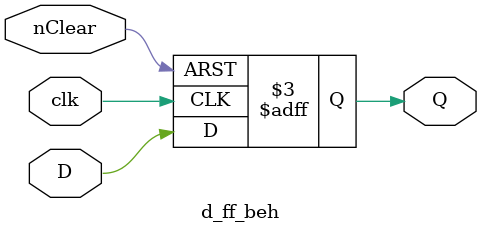
<source format=v>
`timescale 1ns / 1ps

module d_ff_beh (clk, D, Q, nClear);
	input clk, D, nClear;
	output reg Q;
	
	always @(posedge clk or negedge nClear)
	begin
		if (~nClear) 
		begin
			Q=0;
		end else begin
			Q=D;
		end
	end

endmodule

</source>
